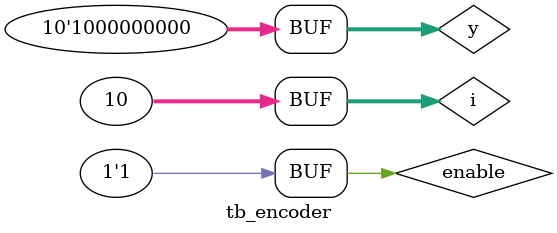
<source format=v>
`timescale 1ps/1ps

module tb_encoder(); 

reg  [9:0] y; 
wire [3:0] a;
reg enable;
wire loadn;
integer i;
 
prio_enco_9x4 U(.d_out(a), .d_in(y),.loadn(loadn), .enable(enable));

initial
    begin 
    $dumpfile("encoderWave.vcd");
	  $dumpvars(0,tb_encoder);
    //Carregando 3 no codificador
    enable = 1;
    i = 0;
    for(i=0;i<10;i= i+1)
    begin
      y = (1<<i);
      #10 enable = 0;
      #10 enable = 1;
    end
    end

    
    
endmodule
</source>
